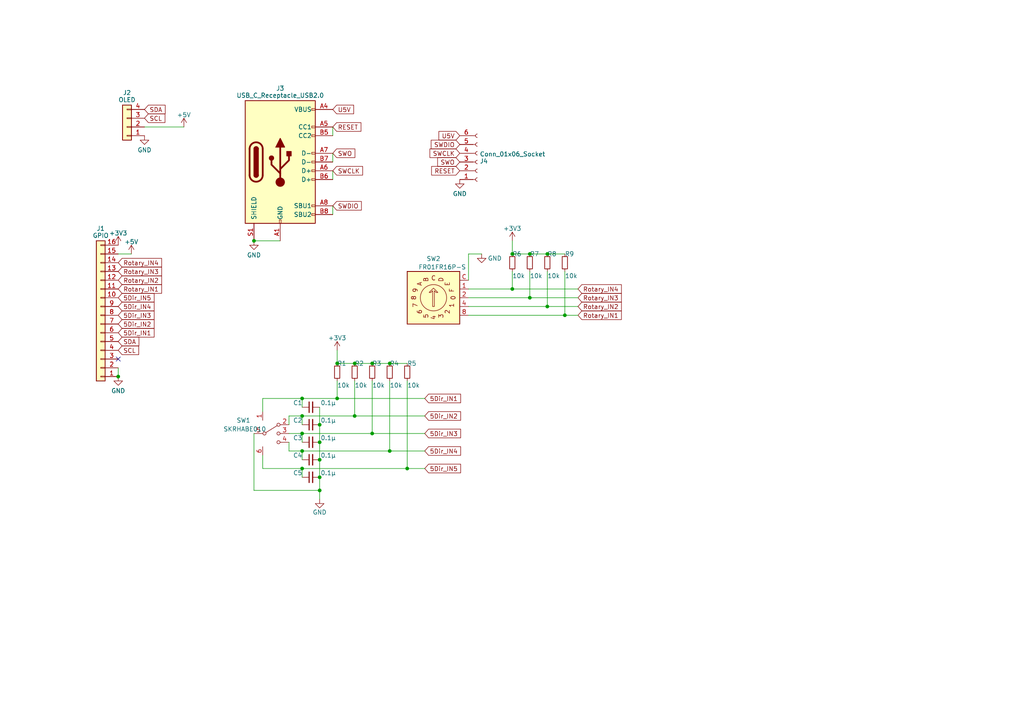
<source format=kicad_sch>
(kicad_sch (version 20230121) (generator eeschema)
  (paper "A4")
  (lib_symbols
    (symbol "Connector:Conn_01x06_Socket" (pin_names (offset 1.016) hide)
      (property "Reference" "J" (at 0 7.62 0))
      (property "Value" "Conn_01x06_Socket" (at 0 -10.16 0))
      (symbol "Conn_01x06_Socket_1_1"
        (arc (start 0 -7.112) (mid -0.5058 -7.62) (end 0 -8.128) (stroke (width 0.1524)))
        (arc (start 0 -4.572) (mid -0.5058 -5.08) (end 0 -5.588) (stroke (width 0.1524)))
        (arc (start 0 -2.032) (mid -0.5058 -2.54) (end 0 -3.048) (stroke (width 0.1524)))
        (polyline (pts (xy -1.27 -7.62) (xy -0.508 -7.62)) (stroke (width 0.1524)))
        (polyline (pts (xy -1.27 -5.08) (xy -0.508 -5.08)) (stroke (width 0.1524)))
        (polyline (pts (xy -1.27 -2.54) (xy -0.508 -2.54)) (stroke (width 0.1524)))
        (polyline (pts (xy -1.27 0) (xy -0.508 0)) (stroke (width 0.1524)))
        (polyline (pts (xy -1.27 2.54) (xy -0.508 2.54)) (stroke (width 0.1524)))
        (polyline (pts (xy -1.27 5.08) (xy -0.508 5.08)) (stroke (width 0.1524)))
        (arc (start 0 0.508) (mid -0.5058 0) (end 0 -0.508) (stroke (width 0.1524)))
        (arc (start 0 3.048) (mid -0.5058 2.54) (end 0 2.032) (stroke (width 0.1524)))
        (arc (start 0 5.588) (mid -0.5058 5.08) (end 0 4.572) (stroke (width 0.1524)))
        (pin passive line (at -5.08 5.08 0) (length 3.81) (name "Pin_1") (number "1"))
        (pin passive line (at -5.08 2.54 0) (length 3.81) (name "Pin_2") (number "2"))
        (pin passive line (at -5.08 0 0) (length 3.81) (name "Pin_3") (number "3"))
        (pin passive line (at -5.08 -2.54 0) (length 3.81) (name "Pin_4") (number "4"))
        (pin passive line (at -5.08 -5.08 0) (length 3.81) (name "Pin_5") (number "5"))
        (pin passive line (at -5.08 -7.62 0) (length 3.81) (name "Pin_6") (number "6"))
      )
    )
    (symbol "Connector:USB_C_Receptacle_USB2.0" (pin_names (offset 1.016))
      (property "Reference" "J" (at -10.16 19.05 0))
      (property "Value" "USB_C_Receptacle_USB2.0" (at 19.05 19.05 0))
      (symbol "USB_C_Receptacle_USB2.0_0_0"
        (rectangle (start -0.254 -17.78) (end 0.254 -16.764))
        (rectangle (start 10.16 -14.986) (end 9.144 -15.494))
        (rectangle (start 10.16 -12.446) (end 9.144 -12.954))
        (rectangle (start 10.16 -4.826) (end 9.144 -5.334))
        (rectangle (start 10.16 -2.286) (end 9.144 -2.794))
        (rectangle (start 10.16 0.254) (end 9.144 -0.254))
        (rectangle (start 10.16 2.794) (end 9.144 2.286))
        (rectangle (start 10.16 7.874) (end 9.144 7.366))
        (rectangle (start 10.16 10.414) (end 9.144 9.906))
        (rectangle (start 10.16 15.494) (end 9.144 14.986))
      )
      (symbol "USB_C_Receptacle_USB2.0_0_1"
        (rectangle (start -10.16 17.78) (end 10.16 -17.78) (stroke (width 0.254)) (fill (type background)))
        (arc (start -8.89 -3.81) (mid -6.985 -5.7067) (end -5.08 -3.81) (stroke (width 0.508)))
        (arc (start -7.62 -3.81) (mid -6.985 -4.4423) (end -6.35 -3.81) (stroke (width 0.254)))
        (arc (start -7.62 -3.81) (mid -6.985 -4.4423) (end -6.35 -3.81) (stroke (width 0.254)) (fill (type outline)))
        (rectangle (start -7.62 -3.81) (end -6.35 3.81) (stroke (width 0.254)) (fill (type outline)))
        (arc (start -6.35 3.81) (mid -6.985 4.4423) (end -7.62 3.81) (stroke (width 0.254)))
        (arc (start -6.35 3.81) (mid -6.985 4.4423) (end -7.62 3.81) (stroke (width 0.254)) (fill (type outline)))
        (arc (start -5.08 3.81) (mid -6.985 5.7067) (end -8.89 3.81) (stroke (width 0.508)))
        (circle (center -2.54 1.143) (radius 0.635) (stroke (width 0.254)) (fill (type outline)))
        (circle (center 0 -5.842) (radius 1.27) (fill (type outline)))
        (polyline (pts (xy -8.89 -3.81) (xy -8.89 3.81)) (stroke (width 0.508)))
        (polyline (pts (xy -5.08 3.81) (xy -5.08 -3.81)) (stroke (width 0.508)))
        (polyline (pts (xy 0 -5.842) (xy 0 4.318)) (stroke (width 0.508)))
        (polyline (pts (xy 0 -3.302) (xy -2.54 -0.762) (xy -2.54 0.508)) (stroke (width 0.508)))
        (polyline (pts (xy 0 -2.032) (xy 2.54 0.508) (xy 2.54 1.778)) (stroke (width 0.508)))
        (polyline (pts (xy -1.27 4.318) (xy 0 6.858) (xy 1.27 4.318) (xy -1.27 4.318)) (stroke (width 0.254)) (fill (type outline)))
        (rectangle (start 1.905 1.778) (end 3.175 3.048) (stroke (width 0.254)) (fill (type outline)))
      )
      (symbol "USB_C_Receptacle_USB2.0_1_1"
        (pin passive line (at 0 -22.86 90) (length 5.08) (name "GND") (number "A1"))
        (pin passive line (at 0 -22.86 90) (length 5.08) hide (name "GND") (number "A12"))
        (pin passive line (at 15.24 15.24 180) (length 5.08) (name "VBUS") (number "A4"))
        (pin bidirectional line (at 15.24 10.16 180) (length 5.08) (name "CC1") (number "A5"))
        (pin bidirectional line (at 15.24 -2.54 180) (length 5.08) (name "D+") (number "A6"))
        (pin bidirectional line (at 15.24 2.54 180) (length 5.08) (name "D-") (number "A7"))
        (pin bidirectional line (at 15.24 -12.7 180) (length 5.08) (name "SBU1") (number "A8"))
        (pin passive line (at 15.24 15.24 180) (length 5.08) hide (name "VBUS") (number "A9"))
        (pin passive line (at 0 -22.86 90) (length 5.08) hide (name "GND") (number "B1"))
        (pin passive line (at 0 -22.86 90) (length 5.08) hide (name "GND") (number "B12"))
        (pin passive line (at 15.24 15.24 180) (length 5.08) hide (name "VBUS") (number "B4"))
        (pin bidirectional line (at 15.24 7.62 180) (length 5.08) (name "CC2") (number "B5"))
        (pin bidirectional line (at 15.24 -5.08 180) (length 5.08) (name "D+") (number "B6"))
        (pin bidirectional line (at 15.24 0 180) (length 5.08) (name "D-") (number "B7"))
        (pin bidirectional line (at 15.24 -15.24 180) (length 5.08) (name "SBU2") (number "B8"))
        (pin passive line (at 15.24 15.24 180) (length 5.08) hide (name "VBUS") (number "B9"))
        (pin passive line (at -7.62 -22.86 90) (length 5.08) (name "SHIELD") (number "S1"))
      )
    )
    (symbol "Connector_Generic:Conn_01x04" (pin_names (offset 1.016) hide)
      (property "Reference" "J" (at 0 5.08 0))
      (property "Value" "Conn_01x04" (at 0 -7.62 0))
      (symbol "Conn_01x04_1_1"
        (rectangle (start -1.27 -4.953) (end 0 -5.207) (stroke (width 0.1524)))
        (rectangle (start -1.27 -2.413) (end 0 -2.667) (stroke (width 0.1524)))
        (rectangle (start -1.27 0.127) (end 0 -0.127) (stroke (width 0.1524)))
        (rectangle (start -1.27 2.667) (end 0 2.413) (stroke (width 0.1524)))
        (rectangle (start -1.27 3.81) (end 1.27 -6.35) (stroke (width 0.254)) (fill (type background)))
        (pin passive line (at -5.08 2.54 0) (length 3.81) (name "Pin_1") (number "1"))
        (pin passive line (at -5.08 0 0) (length 3.81) (name "Pin_2") (number "2"))
        (pin passive line (at -5.08 -2.54 0) (length 3.81) (name "Pin_3") (number "3"))
        (pin passive line (at -5.08 -5.08 0) (length 3.81) (name "Pin_4") (number "4"))
      )
    )
    (symbol "Connector_Generic:Conn_01x16" (pin_names (offset 1.016) hide)
      (property "Reference" "J" (at 0 20.32 0))
      (property "Value" "Conn_01x16" (at 0 -22.86 0))
      (symbol "Conn_01x16_1_1"
        (rectangle (start -1.27 -20.193) (end 0 -20.447) (stroke (width 0.1524)))
        (rectangle (start -1.27 -17.653) (end 0 -17.907) (stroke (width 0.1524)))
        (rectangle (start -1.27 -15.113) (end 0 -15.367) (stroke (width 0.1524)))
        (rectangle (start -1.27 -12.573) (end 0 -12.827) (stroke (width 0.1524)))
        (rectangle (start -1.27 -10.033) (end 0 -10.287) (stroke (width 0.1524)))
        (rectangle (start -1.27 -7.493) (end 0 -7.747) (stroke (width 0.1524)))
        (rectangle (start -1.27 -4.953) (end 0 -5.207) (stroke (width 0.1524)))
        (rectangle (start -1.27 -2.413) (end 0 -2.667) (stroke (width 0.1524)))
        (rectangle (start -1.27 0.127) (end 0 -0.127) (stroke (width 0.1524)))
        (rectangle (start -1.27 2.667) (end 0 2.413) (stroke (width 0.1524)))
        (rectangle (start -1.27 5.207) (end 0 4.953) (stroke (width 0.1524)))
        (rectangle (start -1.27 7.747) (end 0 7.493) (stroke (width 0.1524)))
        (rectangle (start -1.27 10.287) (end 0 10.033) (stroke (width 0.1524)))
        (rectangle (start -1.27 12.827) (end 0 12.573) (stroke (width 0.1524)))
        (rectangle (start -1.27 15.367) (end 0 15.113) (stroke (width 0.1524)))
        (rectangle (start -1.27 17.907) (end 0 17.653) (stroke (width 0.1524)))
        (rectangle (start -1.27 19.05) (end 1.27 -21.59) (stroke (width 0.254)) (fill (type background)))
        (pin passive line (at -5.08 17.78 0) (length 3.81) (name "Pin_1") (number "1"))
        (pin passive line (at -5.08 -5.08 0) (length 3.81) (name "Pin_10") (number "10"))
        (pin passive line (at -5.08 -7.62 0) (length 3.81) (name "Pin_11") (number "11"))
        (pin passive line (at -5.08 -10.16 0) (length 3.81) (name "Pin_12") (number "12"))
        (pin passive line (at -5.08 -12.7 0) (length 3.81) (name "Pin_13") (number "13"))
        (pin passive line (at -5.08 -15.24 0) (length 3.81) (name "Pin_14") (number "14"))
        (pin passive line (at -5.08 -17.78 0) (length 3.81) (name "Pin_15") (number "15"))
        (pin passive line (at -5.08 -20.32 0) (length 3.81) (name "Pin_16") (number "16"))
        (pin passive line (at -5.08 15.24 0) (length 3.81) (name "Pin_2") (number "2"))
        (pin passive line (at -5.08 12.7 0) (length 3.81) (name "Pin_3") (number "3"))
        (pin passive line (at -5.08 10.16 0) (length 3.81) (name "Pin_4") (number "4"))
        (pin passive line (at -5.08 7.62 0) (length 3.81) (name "Pin_5") (number "5"))
        (pin passive line (at -5.08 5.08 0) (length 3.81) (name "Pin_6") (number "6"))
        (pin passive line (at -5.08 2.54 0) (length 3.81) (name "Pin_7") (number "7"))
        (pin passive line (at -5.08 0 0) (length 3.81) (name "Pin_8") (number "8"))
        (pin passive line (at -5.08 -2.54 0) (length 3.81) (name "Pin_9") (number "9"))
      )
    )
    (symbol "Device:C_Small" (pin_numbers hide) (pin_names (offset 0.254) hide)
      (property "Reference" "C" (at 0.254 1.778 0))
      (property "Value" "C_Small" (at 0.254 -2.032 0))
      (symbol "C_Small_0_1"
        (polyline (pts (xy -1.524 -0.508) (xy 1.524 -0.508)) (stroke (width 0.3302)))
        (polyline (pts (xy -1.524 0.508) (xy 1.524 0.508)) (stroke (width 0.3048)))
      )
      (symbol "C_Small_1_1"
        (pin passive line (at 0 2.54 270) (length 2.032) (name "~") (number "1"))
        (pin passive line (at 0 -2.54 90) (length 2.032) (name "~") (number "2"))
      )
    )
    (symbol "Device:R_Small" (pin_numbers hide) (pin_names (offset 0.254) hide)
      (property "Reference" "R" (at 0.762 0.508 0))
      (property "Value" "R_Small" (at 0.762 -1.016 0))
      (symbol "R_Small_0_1"
        (rectangle (start -0.762 1.778) (end 0.762 -1.778) (stroke (width 0.2032)))
      )
      (symbol "R_Small_1_1"
        (pin passive line (at 0 2.54 270) (length 0.762) (name "~") (number "1"))
        (pin passive line (at 0 -2.54 90) (length 0.762) (name "~") (number "2"))
      )
    )
    (symbol "Switch:SW_Coded_SH-7050" (pin_names hide)
      (property "Reference" "SW" (at -7.62 8.89 0))
      (property "Value" "SW_Coded_SH-7050" (at -7.62 -8.89 0))
      (symbol "SW_Coded_SH-7050_0_0"
        (text "0" (at 5.715 0 2700) (effects (font (size 1.27 1.27))))
        (text "1" (at 5.2832 -2.1844 2475) (effects (font (size 1.27 1.27))))
        (text "2" (at 4.0386 -4.0386 2250) (effects (font (size 1.27 1.27))))
        (text "3" (at 2.1844 -5.2832 2025) (effects (font (size 1.27 1.27))))
        (text "4" (at 0 -5.715 1800) (effects (font (size 1.27 1.27))))
        (text "5" (at -2.1844 -5.2832 1575) (effects (font (size 1.27 1.27))))
        (text "6" (at -4.0386 -4.0386 1350) (effects (font (size 1.27 1.27))))
        (text "7" (at -5.2832 -2.1844 1125) (effects (font (size 1.27 1.27))))
        (text "8" (at -5.715 0 900) (effects (font (size 1.27 1.27))))
        (text "9" (at -5.2832 2.1844 675) (effects (font (size 1.27 1.27))))
        (text "A" (at -4.0386 4.0386 450) (effects (font (size 1.27 1.27))))
        (text "B" (at -2.1844 5.2832 225) (effects (font (size 1.27 1.27))))
        (text "C" (at 0 5.715 0) (effects (font (size 1.27 1.27))))
        (text "D" (at 2.1844 5.2832 3375) (effects (font (size 1.27 1.27))))
        (text "E" (at 4.0386 4.0386 3150) (effects (font (size 1.27 1.27))))
        (text "F" (at 5.2832 2.1844 2925) (effects (font (size 1.27 1.27))))
      )
      (symbol "SW_Coded_SH-7050_0_1"
        (polyline (pts (xy -0.254 -2.54) (xy -0.254 2.032) (xy -0.762 1.524) (xy -1.27 1.524) (xy 0 2.794) (xy 1.27 1.524) (xy 0.762 1.524) (xy 0.254 2.032) (xy 0.254 -2.54) (xy -0.254 -2.54) (xy -0.254 -2.54)))
        (circle (center 0 0) (radius 3.81))
        (rectangle (start 7.62 7.62) (end -7.62 -7.62) (stroke (width 0.254)) (fill (type background)))
      )
      (symbol "SW_Coded_SH-7050_1_1"
        (pin passive line (at 10.16 2.54 180) (length 2.54) (name "1") (number "1"))
        (pin passive line (at 10.16 0 180) (length 2.54) (name "2") (number "2"))
        (pin passive line (at 10.16 -2.54 180) (length 2.54) (name "4") (number "4"))
        (pin passive line (at 10.16 -5.08 180) (length 2.54) (name "8") (number "8"))
        (pin passive line (at 10.16 5.08 180) (length 2.54) (name "C") (number "C"))
      )
    )
    (symbol "power:+3.3V" (power) (pin_names (offset 0))
      (property "Value" "+3.3V" (at 0 3.556 0))
      (symbol "+3.3V_0_1"
        (polyline (pts (xy -0.762 1.27) (xy 0 2.54)))
        (polyline (pts (xy 0 0) (xy 0 2.54)))
        (polyline (pts (xy 0 2.54) (xy 0.762 1.27)))
      )
      (symbol "+3.3V_1_1"
        (pin power_in line (at 0 0 90) (length 0) hide (name "+3V3") (number "1"))
      )
    )
    (symbol "power:+3V3" (power) (pin_names (offset 0))
      (property "Value" "+3V3" (at 0 3.556 0))
      (symbol "+3V3_0_1"
        (polyline (pts (xy -0.762 1.27) (xy 0 2.54)))
        (polyline (pts (xy 0 0) (xy 0 2.54)))
        (polyline (pts (xy 0 2.54) (xy 0.762 1.27)))
      )
      (symbol "+3V3_1_1"
        (pin power_in line (at 0 0 90) (length 0) hide (name "+3V3") (number "1"))
      )
    )
    (symbol "power:+5V" (power) (pin_names (offset 0))
      (property "Value" "+5V" (at 0 3.556 0))
      (symbol "+5V_0_1"
        (polyline (pts (xy -0.762 1.27) (xy 0 2.54)))
        (polyline (pts (xy 0 0) (xy 0 2.54)))
        (polyline (pts (xy 0 2.54) (xy 0.762 1.27)))
      )
      (symbol "+5V_1_1"
        (pin power_in line (at 0 0 90) (length 0) hide (name "+5V") (number "1"))
      )
    )
    (symbol "power:GND" (power) (pin_names (offset 0))
      (property "Value" "GND" (at 0 -3.81 0))
      (symbol "GND_0_1"
        (polyline (pts (xy 0 0) (xy 0 -1.27) (xy 1.27 -1.27) (xy 0 -2.54) (xy -1.27 -1.27) (xy 0 -1.27)))
      )
      (symbol "GND_1_1"
        (pin power_in line (at 0 0 270) (length 0) hide (name "GND") (number "1"))
      )
    )
    (symbol "robot_contest:SW_SP3T" (pin_names (offset 0) hide)
      (property "Reference" "SW" (at 1.27 5.08 0))
      (property "Value" "SW_SP3T" (at 5.08 -6.35 0))
      (symbol "SW_SP3T_0_1"
        (circle (center -2.032 0) (radius 0.4572))
        (polyline (pts (xy -1.651 0.254) (xy 1.651 2.286)))
        (circle (center 2.032 -2.54) (radius 0.4572))
        (circle (center 2.032 0) (radius 0.4572))
        (circle (center 2.032 2.54) (radius 0.4572))
      )
      (symbol "SW_SP3T_1_1"
        (pin passive line (at -2.54 6.35 270) (length 2.54) (name "1") (number "1"))
        (pin passive line (at 5.08 2.54 180) (length 2.54) (name "2") (number "2"))
        (pin passive line (at 5.08 0 180) (length 2.54) (name "3") (number "3"))
        (pin passive line (at 5.08 -2.54 180) (length 2.54) (name "4") (number "4"))
        (pin passive line (at -5.08 0 0) (length 2.54) (name "5") (number "5"))
        (pin passive line (at -2.54 -6.35 90) (length 2.54) (name "6") (number "6"))
      )
    )
  )
  (junction (at 34.29 109.22))
  (junction (at 113.03 130.81))
  (junction (at 163.83 91.44))
  (junction (at 92.71 138.43))
  (junction (at 97.79 115.57))
  (junction (at 118.11 135.89))
  (junction (at 107.95 105.41))
  (junction (at 153.67 73.66))
  (junction (at 113.03 105.41))
  (junction (at 87.63 135.89))
  (junction (at 73.66 69.85))
  (junction (at 148.59 83.82))
  (junction (at 92.71 142.24))
  (junction (at 87.63 115.57))
  (junction (at 107.95 125.73))
  (junction (at 87.63 125.73))
  (junction (at 92.71 123.19))
  (junction (at 92.71 128.27))
  (junction (at 87.63 120.65))
  (junction (at 102.87 105.41))
  (junction (at 148.59 73.66))
  (junction (at 87.63 130.81))
  (junction (at 153.67 86.36))
  (junction (at 102.87 120.65))
  (junction (at 97.79 105.41))
  (junction (at 158.75 73.66))
  (junction (at 158.75 88.9))
  (junction (at 92.71 133.35))
  (no_connect (at 34.29 104.14))
  (wire (pts (xy 38.1 73.66) (xy 34.29 73.66)))
  (wire (pts (xy 83.82 130.81) (xy 87.63 130.81)))
  (wire (pts (xy 34.29 106.68) (xy 34.29 109.22)))
  (wire (pts (xy 92.71 138.43) (xy 92.71 142.24)))
  (wire (pts (xy 53.34 36.83) (xy 41.91 36.83)))
  (wire (pts (xy 158.75 73.66) (xy 163.83 73.66)))
  (wire (pts (xy 83.82 128.27) (xy 83.82 130.81)))
  (wire (pts (xy 76.2 132.08) (xy 76.2 135.89)))
  (wire (pts (xy 83.82 123.19) (xy 83.82 120.65)))
  (wire (pts (xy 113.03 130.81) (xy 123.19 130.81)))
  (wire (pts (xy 139.7 73.66) (xy 135.89 73.66)))
  (wire (pts (xy 87.63 118.11) (xy 87.63 115.57)))
  (wire (pts (xy 96.52 59.69) (xy 96.52 62.23)))
  (wire (pts (xy 107.95 110.49) (xy 107.95 125.73)))
  (wire (pts (xy 96.52 44.45) (xy 96.52 46.99)))
  (wire (pts (xy 87.63 123.19) (xy 87.63 120.65)))
  (wire (pts (xy 135.89 86.36) (xy 153.67 86.36)))
  (wire (pts (xy 96.52 49.53) (xy 96.52 52.07)))
  (wire (pts (xy 92.71 118.11) (xy 92.71 123.19)))
  (wire (pts (xy 153.67 73.66) (xy 158.75 73.66)))
  (wire (pts (xy 113.03 110.49) (xy 113.03 130.81)))
  (wire (pts (xy 96.52 36.83) (xy 96.52 39.37)))
  (wire (pts (xy 92.71 123.19) (xy 92.71 128.27)))
  (wire (pts (xy 148.59 83.82) (xy 167.64 83.82)))
  (wire (pts (xy 97.79 115.57) (xy 123.19 115.57)))
  (wire (pts (xy 163.83 78.74) (xy 163.83 91.44)))
  (wire (pts (xy 102.87 110.49) (xy 102.87 120.65)))
  (wire (pts (xy 148.59 73.66) (xy 153.67 73.66)))
  (wire (pts (xy 148.59 78.74) (xy 148.59 83.82)))
  (wire (pts (xy 73.66 69.85) (xy 81.28 69.85)))
  (wire (pts (xy 76.2 115.57) (xy 87.63 115.57)))
  (wire (pts (xy 107.95 125.73) (xy 123.19 125.73)))
  (wire (pts (xy 87.63 125.73) (xy 107.95 125.73)))
  (wire (pts (xy 118.11 110.49) (xy 118.11 135.89)))
  (wire (pts (xy 92.71 142.24) (xy 92.71 144.78)))
  (wire (pts (xy 135.89 88.9) (xy 158.75 88.9)))
  (wire (pts (xy 118.11 135.89) (xy 123.19 135.89)))
  (wire (pts (xy 153.67 78.74) (xy 153.67 86.36)))
  (wire (pts (xy 87.63 138.43) (xy 87.63 135.89)))
  (wire (pts (xy 153.67 86.36) (xy 167.64 86.36)))
  (wire (pts (xy 73.66 142.24) (xy 92.71 142.24)))
  (wire (pts (xy 87.63 115.57) (xy 97.79 115.57)))
  (wire (pts (xy 102.87 105.41) (xy 107.95 105.41)))
  (wire (pts (xy 76.2 135.89) (xy 87.63 135.89)))
  (wire (pts (xy 107.95 105.41) (xy 113.03 105.41)))
  (wire (pts (xy 97.79 110.49) (xy 97.79 115.57)))
  (wire (pts (xy 113.03 105.41) (xy 118.11 105.41)))
  (wire (pts (xy 87.63 133.35) (xy 87.63 130.81)))
  (wire (pts (xy 87.63 130.81) (xy 113.03 130.81)))
  (wire (pts (xy 92.71 128.27) (xy 92.71 133.35)))
  (wire (pts (xy 83.82 120.65) (xy 87.63 120.65)))
  (wire (pts (xy 87.63 135.89) (xy 118.11 135.89)))
  (wire (pts (xy 83.82 125.73) (xy 87.63 125.73)))
  (wire (pts (xy 148.59 69.85) (xy 148.59 73.66)))
  (wire (pts (xy 158.75 88.9) (xy 167.64 88.9)))
  (wire (pts (xy 87.63 128.27) (xy 87.63 125.73)))
  (wire (pts (xy 158.75 78.74) (xy 158.75 88.9)))
  (wire (pts (xy 163.83 91.44) (xy 167.64 91.44)))
  (wire (pts (xy 135.89 73.66) (xy 135.89 81.28)))
  (wire (pts (xy 97.79 105.41) (xy 102.87 105.41)))
  (wire (pts (xy 73.66 125.73) (xy 73.66 142.24)))
  (wire (pts (xy 135.89 91.44) (xy 163.83 91.44)))
  (wire (pts (xy 135.89 83.82) (xy 148.59 83.82)))
  (wire (pts (xy 92.71 133.35) (xy 92.71 138.43)))
  (wire (pts (xy 76.2 115.57) (xy 76.2 119.38)))
  (wire (pts (xy 87.63 120.65) (xy 102.87 120.65)))
  (wire (pts (xy 102.87 120.65) (xy 123.19 120.65)))
  (wire (pts (xy 97.79 101.6) (xy 97.79 105.41)))
  (global_label "SWDIO" (shape input) (at 133.35 41.91 180) (property "Intersheetrefs" "${INTERSHEET_REFS}" (effects hide)))
  (global_label "5Dir_IN2" (shape input) (at 34.29 93.98 0) (property "Intersheetrefs" "${INTERSHEET_REFS}" (effects hide)))
  (global_label "SDA" (shape input) (at 41.91 31.75 0) (property "Intersheetrefs" "${INTERSHEET_REFS}" (effects hide)))
  (global_label "SWO" (shape input) (at 96.52 44.45 0) (property "Intersheetrefs" "${INTERSHEET_REFS}" (effects hide)))
  (global_label "Rotary_IN1" (shape input) (at 34.29 83.82 0) (property "Intersheetrefs" "${INTERSHEET_REFS}" (effects hide)))
  (global_label "RESET" (shape input) (at 96.52 36.83 0) (property "Intersheetrefs" "${INTERSHEET_REFS}" (effects hide)))
  (global_label "5Dir_IN4" (shape input) (at 123.19 130.81 0) (property "Intersheetrefs" "${INTERSHEET_REFS}" (effects hide)))
  (global_label "5Dir_IN1" (shape input) (at 34.29 96.52 0) (property "Intersheetrefs" "${INTERSHEET_REFS}" (effects hide)))
  (global_label "SDA" (shape input) (at 34.29 99.06 0) (property "Intersheetrefs" "${INTERSHEET_REFS}" (effects hide)))
  (global_label "5Dir_IN3" (shape input) (at 34.29 91.44 0) (property "Intersheetrefs" "${INTERSHEET_REFS}" (effects hide)))
  (global_label "SWDIO" (shape input) (at 96.52 59.69 0) (property "Intersheetrefs" "${INTERSHEET_REFS}" (effects hide)))
  (global_label "5Dir_IN5" (shape input) (at 34.29 86.36 0) (property "Intersheetrefs" "${INTERSHEET_REFS}" (effects hide)))
  (global_label "5Dir_IN3" (shape input) (at 123.19 125.73 0) (property "Intersheetrefs" "${INTERSHEET_REFS}" (effects hide)))
  (global_label "5Dir_IN2" (shape input) (at 123.19 120.65 0) (property "Intersheetrefs" "${INTERSHEET_REFS}" (effects hide)))
  (global_label "SWCLK" (shape input) (at 96.52 49.53 0) (property "Intersheetrefs" "${INTERSHEET_REFS}" (effects hide)))
  (global_label "Rotary_IN4" (shape input) (at 34.29 76.2 0) (property "Intersheetrefs" "${INTERSHEET_REFS}" (effects hide)))
  (global_label "Rotary_IN4" (shape input) (at 167.64 83.82 0) (property "Intersheetrefs" "${INTERSHEET_REFS}" (effects hide)))
  (global_label "SCL" (shape input) (at 41.91 34.29 0) (property "Intersheetrefs" "${INTERSHEET_REFS}" (effects hide)))
  (global_label "Rotary_IN2" (shape input) (at 167.64 88.9 0) (property "Intersheetrefs" "${INTERSHEET_REFS}" (effects hide)))
  (global_label "Rotary_IN2" (shape input) (at 34.29 81.28 0) (property "Intersheetrefs" "${INTERSHEET_REFS}" (effects hide)))
  (global_label "Rotary_IN1" (shape input) (at 167.64 91.44 0) (property "Intersheetrefs" "${INTERSHEET_REFS}" (effects hide)))
  (global_label "SWO" (shape input) (at 133.35 46.99 180) (property "Intersheetrefs" "${INTERSHEET_REFS}" (effects hide)))
  (global_label "5Dir_IN1" (shape input) (at 123.19 115.57 0) (property "Intersheetrefs" "${INTERSHEET_REFS}" (effects hide)))
  (global_label "Rotary_IN3" (shape input) (at 34.29 78.74 0) (property "Intersheetrefs" "${INTERSHEET_REFS}" (effects hide)))
  (global_label "SWCLK" (shape input) (at 133.35 44.45 180) (property "Intersheetrefs" "${INTERSHEET_REFS}" (effects hide)))
  (global_label "5Dir_IN5" (shape input) (at 123.19 135.89 0) (property "Intersheetrefs" "${INTERSHEET_REFS}" (effects hide)))
  (global_label "SCL" (shape input) (at 34.29 101.6 0) (property "Intersheetrefs" "${INTERSHEET_REFS}" (effects hide)))
  (global_label "Rotary_IN3" (shape input) (at 167.64 86.36 0) (property "Intersheetrefs" "${INTERSHEET_REFS}" (effects hide)))
  (global_label "5Dir_IN4" (shape input) (at 34.29 88.9 0) (property "Intersheetrefs" "${INTERSHEET_REFS}" (effects hide)))
  (global_label "U5V" (shape input) (at 133.35 39.37 180) (property "Intersheetrefs" "${INTERSHEET_REFS}" (effects hide)))
  (global_label "RESET" (shape input) (at 133.35 49.53 180) (property "Intersheetrefs" "${INTERSHEET_REFS}" (effects hide)))
  (global_label "U5V" (shape input) (at 96.52 31.75 0) (property "Intersheetrefs" "${INTERSHEET_REFS}" (effects hide)))
  (symbol (lib_id "Device:R_Small") (at 153.67 76.2 0) (unit 1)
    (property "Reference" "R7" (at 153.67 73.66 0) (effects (justify left)))
    (property "Value" "10k" (at 153.67 80.01 0) (effects (justify left)))
    (property "Footprint" "Resistor_SMD:R_0603_1608Metric_Pad0.98x0.95mm_HandSolder" (effects hide))
  )
  (symbol (lib_id "Device:R_Small") (at 102.87 107.95 0) (unit 1)
    (property "Reference" "R2" (at 102.87 105.41 0) (effects (justify left)))
    (property "Value" "10k" (at 102.87 111.76 0) (effects (justify left)))
    (property "Footprint" "Resistor_SMD:R_0603_1608Metric_Pad0.98x0.95mm_HandSolder" (effects hide))
  )
  (symbol (lib_id "power:+3.3V") (at 148.59 69.85 0) (unit 1)
    (property "Reference" "#PWR011" (effects hide))
    (property "Value" "+3.3V" (at 148.59 66.2742 0))
  )
  (symbol (lib_id "power:+5V") (at 38.1 73.66 0) (unit 1)
    (property "Reference" "#PWR03" (effects hide))
    (property "Value" "+5V" (at 38.1 70.1581 0))
  )
  (symbol (lib_id "Device:R_Small") (at 97.79 107.95 0) (unit 1)
    (property "Reference" "R1" (at 97.79 105.41 0) (effects (justify left)))
    (property "Value" "10k" (at 97.79 111.76 0) (effects (justify left)))
    (property "Footprint" "Resistor_SMD:R_0603_1608Metric_Pad0.98x0.95mm_HandSolder" (effects hide))
  )
  (symbol (lib_id "Connector:USB_C_Receptacle_USB2.0") (at 81.28 46.99 0) (unit 1)
    (property "Reference" "J3" (at 81.28 25.63 0))
    (property "Value" "USB_C_Receptacle_USB2.0" (at 81.28 27.678 0))
    (property "Footprint" "Connector_USB:USB_C_Receptacle_XKB_U262-16XN-4BVC11" (effects hide))
    (property "Datasheet" "https://www.usb.org/sites/default/files/documents/usb_type-c.zip" (effects hide))
  )
  (symbol (lib_id "Connector_Generic:Conn_01x16") (at 29.21 91.44 180) (unit 1)
    (property "Reference" "J1" (at 29.21 66.27 0))
    (property "Value" "GPIO" (at 29.21 68.318 0))
    (property "Footprint" "robot_contest:Molex_FFC_1x16_P0.50mm_Horizontal" (effects hide))
  )
  (symbol (lib_id "robot_contest:SW_SP3T") (at 78.74 125.73 0) (unit 1)
    (property "Reference" "SW1" (at 68.58 121.92 0) (effects (justify left)))
    (property "Value" "SKRHABE010" (at 64.77 124.46 0) (effects (justify left)))
    (property "Footprint" "robot_contest:SKRHAAE010" (effects hide))
  )
  (symbol (lib_id "Connector_Generic:Conn_01x04") (at 36.83 36.83 180) (unit 1)
    (property "Reference" "J2" (at 36.83 26.9 0))
    (property "Value" "OLED" (at 36.83 28.948 0))
    (property "Footprint" "Connector_PinHeader_2.54mm:PinHeader_1x04_P2.54mm_Vertical" (effects hide))
  )
  (symbol (lib_id "Device:C_Small") (at 90.17 128.27 90) (unit 1)
    (property "Reference" "C3" (at 86.36 127 90))
    (property "Value" "0.1μ" (at 95.25 127 90))
    (property "Footprint" "Capacitor_SMD:C_0402_1005Metric_Pad0.74x0.62mm_HandSolder" (effects hide))
  )
  (symbol (lib_id "Device:C_Small") (at 90.17 118.11 90) (unit 1)
    (property "Reference" "C1" (at 86.36 116.84 90))
    (property "Value" "0.1μ" (at 95.25 116.84 90))
    (property "Footprint" "Capacitor_SMD:C_0402_1005Metric_Pad0.74x0.62mm_HandSolder" (effects hide))
  )
  (symbol (lib_id "Device:R_Small") (at 163.83 76.2 0) (unit 1)
    (property "Reference" "R9" (at 163.83 73.66 0) (effects (justify left)))
    (property "Value" "10k" (at 163.83 80.01 0) (effects (justify left)))
    (property "Footprint" "Resistor_SMD:R_0603_1608Metric_Pad0.98x0.95mm_HandSolder" (effects hide))
  )
  (symbol (lib_id "Device:R_Small") (at 118.11 107.95 0) (unit 1)
    (property "Reference" "R5" (at 118.11 105.41 0) (effects (justify left)))
    (property "Value" "10k" (at 118.11 111.76 0) (effects (justify left)))
    (property "Footprint" "Resistor_SMD:R_0603_1608Metric_Pad0.98x0.95mm_HandSolder" (effects hide))
  )
  (symbol (lib_id "power:+3.3V") (at 97.79 101.6 0) (unit 1)
    (property "Reference" "#PWR08" (effects hide))
    (property "Value" "+3.3V" (at 97.79 98.0242 0))
  )
  (symbol (lib_id "Device:C_Small") (at 90.17 133.35 90) (unit 1)
    (property "Reference" "C4" (at 86.36 132.08 90))
    (property "Value" "0.1μ" (at 95.25 132.08 90))
    (property "Footprint" "Capacitor_SMD:C_0402_1005Metric_Pad0.74x0.62mm_HandSolder" (effects hide))
  )
  (symbol (lib_id "Device:C_Small") (at 90.17 123.19 90) (unit 1)
    (property "Reference" "C2" (at 86.36 121.92 90))
    (property "Value" "0.1μ" (at 95.25 121.92 90))
    (property "Footprint" "Capacitor_SMD:C_0402_1005Metric_Pad0.74x0.62mm_HandSolder" (effects hide))
  )
  (symbol (lib_id "Device:R_Small") (at 113.03 107.95 0) (unit 1)
    (property "Reference" "R4" (at 113.03 105.41 0) (effects (justify left)))
    (property "Value" "10k" (at 113.03 111.76 0) (effects (justify left)))
    (property "Footprint" "Resistor_SMD:R_0603_1608Metric_Pad0.98x0.95mm_HandSolder" (effects hide))
  )
  (symbol (lib_id "power:+3V3") (at 34.29 71.12 0) (unit 1)
    (property "Reference" "#PWR01" (effects hide))
    (property "Value" "+3V3" (at 34.29 67.6181 0))
  )
  (symbol (lib_id "Switch:SW_Coded_SH-7050") (at 125.73 86.36 0) (unit 1)
    (property "Reference" "SW2" (at 125.73 75.0402 0))
    (property "Value" "FR01FR16P-S" (at 128.27 77.47 0))
    (property "Footprint" "robot_contest:FR01FR16P-S" (effects hide))
    (property "Datasheet" "https://www.nidec-copal-electronics.com/e/catalog/switch/sh-7000.pdf" (effects hide))
  )
  (symbol (lib_id "power:GND") (at 133.35 52.07 0) (unit 1)
    (property "Reference" "#PWR09" (effects hide))
    (property "Value" "GND" (at 133.35 56.2055 0))
  )
  (symbol (lib_id "Device:R_Small") (at 107.95 107.95 0) (unit 1)
    (property "Reference" "R3" (at 107.95 105.41 0) (effects (justify left)))
    (property "Value" "10k" (at 107.95 111.76 0) (effects (justify left)))
    (property "Footprint" "Resistor_SMD:R_0603_1608Metric_Pad0.98x0.95mm_HandSolder" (effects hide))
  )
  (symbol (lib_id "Connector:Conn_01x06_Socket") (at 138.43 46.99 0) (mirror x) (unit 1)
    (property "Reference" "J4" (at 139.1412 46.744 0) (effects (justify left)))
    (property "Value" "Conn_01x06_Socket" (at 139.1412 44.696 0) (effects (justify left)))
    (property "Footprint" "Connector_PinHeader_1.27mm:PinHeader_1x06_P1.27mm_Vertical" (effects hide))
  )
  (symbol (lib_id "power:GND") (at 41.91 39.37 0) (unit 1)
    (property "Reference" "#PWR04" (effects hide))
    (property "Value" "GND" (at 41.91 43.5055 0))
  )
  (symbol (lib_id "power:GND") (at 34.29 109.22 0) (unit 1)
    (property "Reference" "#PWR02" (effects hide))
    (property "Value" "GND" (at 34.29 113.3555 0))
  )
  (symbol (lib_id "power:GND") (at 73.66 69.85 0) (unit 1)
    (property "Reference" "#PWR06" (effects hide))
    (property "Value" "GND" (at 73.66 73.9855 0))
  )
  (symbol (lib_id "power:GND") (at 92.71 144.78 0) (unit 1)
    (property "Reference" "#PWR07" (effects hide))
    (property "Value" "GND" (at 92.71 148.59 0))
  )
  (symbol (lib_id "Device:R_Small") (at 158.75 76.2 0) (unit 1)
    (property "Reference" "R8" (at 158.75 73.66 0) (effects (justify left)))
    (property "Value" "10k" (at 158.75 80.01 0) (effects (justify left)))
    (property "Footprint" "Resistor_SMD:R_0603_1608Metric_Pad0.98x0.95mm_HandSolder" (effects hide))
  )
  (symbol (lib_id "power:+5V") (at 53.34 36.83 0) (unit 1)
    (property "Reference" "#PWR05" (effects hide))
    (property "Value" "+5V" (at 53.34 33.3281 0))
  )
  (symbol (lib_id "power:GND") (at 139.7 73.66 0) (unit 1)
    (property "Reference" "#PWR010" (effects hide))
    (property "Value" "GND" (at 143.51 74.93 0))
  )
  (symbol (lib_id "Device:C_Small") (at 90.17 138.43 90) (unit 1)
    (property "Reference" "C5" (at 86.36 137.16 90))
    (property "Value" "0.1μ" (at 95.25 137.16 90))
    (property "Footprint" "Capacitor_SMD:C_0402_1005Metric_Pad0.74x0.62mm_HandSolder" (effects hide))
  )
  (symbol (lib_id "Device:R_Small") (at 148.59 76.2 0) (unit 1)
    (property "Reference" "R6" (at 148.59 73.66 0) (effects (justify left)))
    (property "Value" "10k" (at 148.59 80.01 0) (effects (justify left)))
    (property "Footprint" "Resistor_SMD:R_0603_1608Metric_Pad0.98x0.95mm_HandSolder" (effects hide))
  )
)
</source>
